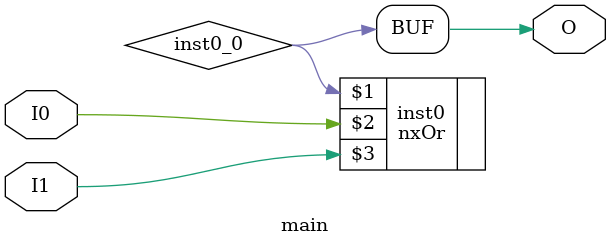
<source format=v>
module main (input  I0, input  I1, output  O);
wire  inst0_0;
nxOr inst0 (inst0_0, I0, I1);
assign O = inst0_0;
endmodule


</source>
